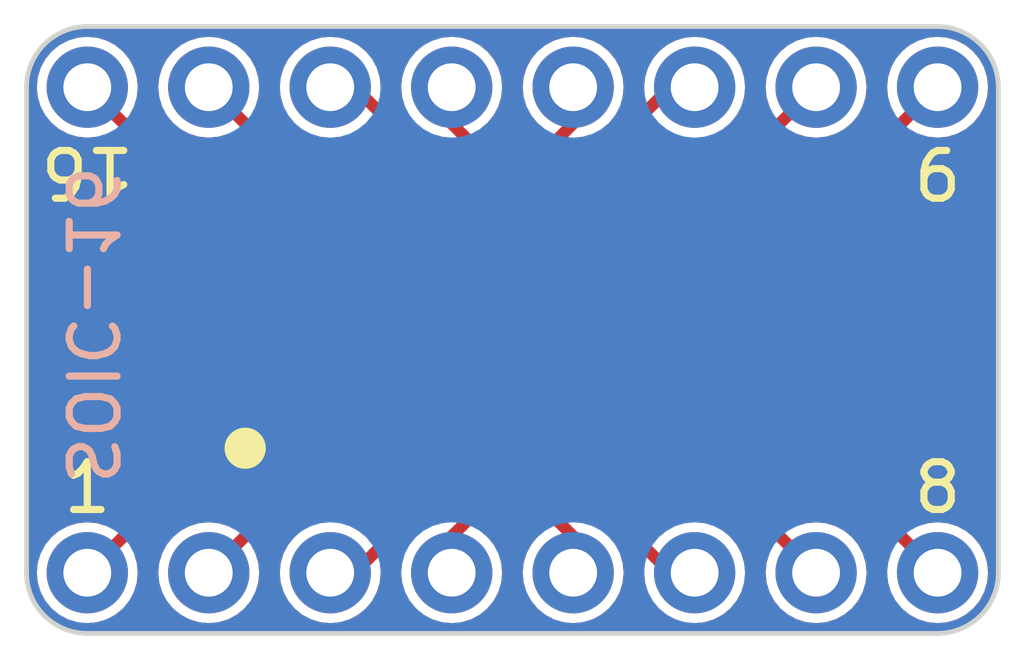
<source format=kicad_pcb>
(kicad_pcb (version 20240108) (generator "pcbnew") (generator_version "8.0")
  (layers (0 "F.Cu" signal) (31 "B.Cu" signal) (34 "B.Paste" user) (35 "F.Paste" user) (36 "B.SilkS" user "B.Silkscreen") (37 "F.SilkS" user "F.Silkscreen") (38 "B.Mask" user) (39 "F.Mask" user) (44 "Edge.Cuts" user))
  (net 0 "")
  (net 1 "SOIC16-P01")
  (net 2 "SOIC16-P02")
  (net 3 "SOIC16-P03")
  (net 4 "SOIC16-P04")
  (net 5 "SOIC16-P05")
  (net 6 "SOIC16-P06")
  (net 7 "SOIC16-P07")
  (net 8 "SOIC16-P08")
  (net 9 "SOIC16-P09")
  (net 10 "SOIC16-P10")
  (net 11 "SOIC16-P11")
  (net 12 "SOIC16-P12")
  (net 13 "SOIC16-P13")
  (net 14 "SOIC16-P14")
  (net 15 "SOIC16-P15")
  (net 16 "SOIC16-P16")
  (footprint "Connector_PinHeader_2.54mm:PinHeader_1x08_P2.54mm_Vertical" (layer "F.Cu") (at 96.52 109.22 90)
    (property "Reference" "J16" (hide yes))
    (property "Value" "SOIC16-P01-P08" (hide yes))
    (pad "1" thru_hole circle (at 0 0 90) (size 1.7 1.7) (drill 1) (layers "*.Cu" "*.Mask") (net 1 "SOIC16-P01"))
    (pad "2" thru_hole oval (at 0 2.54 90) (size 1.7 1.7) (drill 1) (layers "*.Cu" "*.Mask") (net 2 "SOIC16-P02"))
    (pad "3" thru_hole oval (at 0 5.08 90) (size 1.7 1.7) (drill 1) (layers "*.Cu" "*.Mask") (net 3 "SOIC16-P03"))
    (pad "4" thru_hole oval (at 0 7.62 90) (size 1.7 1.7) (drill 1) (layers "*.Cu" "*.Mask") (net 4 "SOIC16-P04"))
    (pad "5" thru_hole oval (at 0 10.16 90) (size 1.7 1.7) (drill 1) (layers "*.Cu" "*.Mask") (net 5 "SOIC16-P05"))
    (pad "6" thru_hole oval (at 0 12.7 90) (size 1.7 1.7) (drill 1) (layers "*.Cu" "*.Mask") (net 6 "SOIC16-P06"))
    (pad "7" thru_hole oval (at 0 15.24 90) (size 1.7 1.7) (drill 1) (layers "*.Cu" "*.Mask") (net 7 "SOIC16-P07"))
    (pad "8" thru_hole oval (at 0 17.78 90) (size 1.7 1.7) (drill 1) (layers "*.Cu" "*.Mask") (net 8 "SOIC16-P08"))
  )
  (footprint "Package_SO:SOIC-16_3.9x9.9mm_P1.27mm" (layer "F.Cu") (at 105.41 104.075 90)
    (property "Reference" "U5" (hide yes))
    (property "Value" "CH340C" (hide yes))
    (fp_circle (center -2.54 -5.588) (end -2.159 -5.588) (stroke (width 0.1)) (fill solid) (layer "F.SilkS"))
    (pad "1" smd roundrect (at -2.475 -4.445 90) (size 1.95 0.6) (layers "F.Cu" "F.Paste" "F.Mask") (net 1 "SOIC16-P01"))
    (pad "2" smd roundrect (at -2.475 -3.175 90) (size 1.95 0.6) (layers "F.Cu" "F.Paste" "F.Mask") (net 2 "SOIC16-P02"))
    (pad "3" smd roundrect (at -2.475 -1.905 90) (size 1.95 0.6) (layers "F.Cu" "F.Paste" "F.Mask") (net 3 "SOIC16-P03"))
    (pad "4" smd roundrect (at -2.475 -0.635 90) (size 1.95 0.6) (layers "F.Cu" "F.Paste" "F.Mask") (net 4 "SOIC16-P04"))
    (pad "5" smd roundrect (at -2.475 0.635 90) (size 1.95 0.6) (layers "F.Cu" "F.Paste" "F.Mask") (net 5 "SOIC16-P05"))
    (pad "6" smd roundrect (at -2.475 1.905 90) (size 1.95 0.6) (layers "F.Cu" "F.Paste" "F.Mask") (net 6 "SOIC16-P06"))
    (pad "7" smd roundrect (at -2.475 3.175 90) (size 1.95 0.6) (layers "F.Cu" "F.Paste" "F.Mask") (net 7 "SOIC16-P07"))
    (pad "8" smd roundrect (at -2.475 4.445 90) (size 1.95 0.6) (layers "F.Cu" "F.Paste" "F.Mask") (net 8 "SOIC16-P08"))
    (pad "9" smd roundrect (at 2.475 4.445 90) (size 1.95 0.6) (layers "F.Cu" "F.Paste" "F.Mask") (net 9 "SOIC16-P09"))
    (pad "10" smd roundrect (at 2.475 3.175 90) (size 1.95 0.6) (layers "F.Cu" "F.Paste" "F.Mask") (net 10 "SOIC16-P10"))
    (pad "11" smd roundrect (at 2.475 1.905 90) (size 1.95 0.6) (layers "F.Cu" "F.Paste" "F.Mask") (net 11 "SOIC16-P11"))
    (pad "12" smd roundrect (at 2.475 0.635 90) (size 1.95 0.6) (layers "F.Cu" "F.Paste" "F.Mask") (net 12 "SOIC16-P12"))
    (pad "13" smd roundrect (at 2.475 -0.635 90) (size 1.95 0.6) (layers "F.Cu" "F.Paste" "F.Mask") (net 13 "SOIC16-P13"))
    (pad "14" smd roundrect (at 2.475 -1.905 90) (size 1.95 0.6) (layers "F.Cu" "F.Paste" "F.Mask") (net 14 "SOIC16-P14"))
    (pad "15" smd roundrect (at 2.475 -3.175 90) (size 1.95 0.6) (layers "F.Cu" "F.Paste" "F.Mask") (net 15 "SOIC16-P15"))
    (pad "16" smd roundrect (at 2.475 -4.445 90) (size 1.95 0.6) (layers "F.Cu" "F.Paste" "F.Mask") (net 16 "SOIC16-P16"))
  )
  (footprint "Connector_PinHeader_2.54mm:PinHeader_1x08_P2.54mm_Vertical" (layer "F.Cu") (at 114.3 99.06 -90)
    (property "Reference" "J17" (hide yes))
    (property "Value" "SOIC16-P09-P16" (hide yes))
    (pad "1" thru_hole circle (at 0 0 270) (size 1.7 1.7) (drill 1) (layers "*.Cu" "*.Mask") (net 9 "SOIC16-P09"))
    (pad "2" thru_hole oval (at 0 2.54 270) (size 1.7 1.7) (drill 1) (layers "*.Cu" "*.Mask") (net 10 "SOIC16-P10"))
    (pad "3" thru_hole oval (at 0 5.08 270) (size 1.7 1.7) (drill 1) (layers "*.Cu" "*.Mask") (net 11 "SOIC16-P11"))
    (pad "4" thru_hole oval (at 0 7.62 270) (size 1.7 1.7) (drill 1) (layers "*.Cu" "*.Mask") (net 12 "SOIC16-P12"))
    (pad "5" thru_hole oval (at 0 10.16 270) (size 1.7 1.7) (drill 1) (layers "*.Cu" "*.Mask") (net 13 "SOIC16-P13"))
    (pad "6" thru_hole oval (at 0 12.7 270) (size 1.7 1.7) (drill 1) (layers "*.Cu" "*.Mask") (net 14 "SOIC16-P14"))
    (pad "7" thru_hole oval (at 0 15.24 270) (size 1.7 1.7) (drill 1) (layers "*.Cu" "*.Mask") (net 15 "SOIC16-P15"))
    (pad "8" thru_hole oval (at 0 17.78 270) (size 1.7 1.7) (drill 1) (layers "*.Cu" "*.Mask") (net 16 "SOIC16-P16"))
  )
  (gr_line (start 96.52 97.79) (end 114.3 97.79) (stroke (width 0.1)) (layer "Edge.Cuts"))
  (gr_line (start 96.52 110.49) (end 114.3 110.49) (stroke (width 0.1)) (layer "Edge.Cuts"))
  (gr_arc (start 95.25 99.06) (mid 95.621974 98.161974) (end 96.52 97.79) (stroke (width 0.1)) (layer "Edge.Cuts"))
  (gr_arc (start 96.52 110.49) (mid 95.621974 110.118026) (end 95.25 109.22) (stroke (width 0.1)) (layer "Edge.Cuts"))
  (gr_line (start 115.57 99.06) (end 115.57 109.22) (stroke (width 0.1)) (layer "Edge.Cuts"))
  (gr_arc (start 114.3 97.79) (mid 115.198026 98.161974) (end 115.57 99.06) (stroke (width 0.1)) (layer "Edge.Cuts"))
  (gr_line (start 95.25 99.06) (end 95.25 109.22) (stroke (width 0.1)) (layer "Edge.Cuts"))
  (gr_arc (start 115.57 109.22) (mid 115.198026 110.118026) (end 114.3 110.49) (stroke (width 0.1)) (layer "Edge.Cuts"))
  (gr_text "SOIC-16" (at 96.012 107.442 -90) (layer "B.SilkS") (effects (font (size 1 1)) (justify left bottom mirror)))
  (gr_text "9" (at 114.3 100.838 180) (layer "F.SilkS") (effects (font (size 1 1))))
  (gr_text "8" (at 114.3 107.442 0) (layer "F.SilkS") (effects (font (size 1 1))))
  (gr_text "1" (at 96.52 107.442 0) (layer "F.SilkS") (effects (font (size 1 1))))
  (gr_text "16" (at 96.52 100.838 180) (layer "F.SilkS") (effects (font (size 1 1))))
  (segment (start 99.19 106.55) (end 96.52 109.22) (width 0.25) (layer "F.Cu") (net 1))
  (segment (start 100.965 106.55) (end 99.19 106.55) (width 0.25) (layer "F.Cu") (net 1))
  (segment (start 101.809999 107.95) (end 100.33 107.95) (width 0.25) (layer "F.Cu") (net 2))
  (segment (start 102.235 106.55) (end 102.235 107.524999) (width 0.25) (layer "F.Cu") (net 2))
  (segment (start 102.235 107.524999) (end 101.809999 107.95) (width 0.25) (layer "F.Cu") (net 2))
  (segment (start 100.33 107.95) (end 99.06 109.22) (width 0.25) (layer "F.Cu") (net 2))
  (segment (start 103.505 106.55) (end 103.505 107.823) (width 0.25) (layer "F.Cu") (net 3))
  (segment (start 103.505 107.823) (end 102.108 109.22) (width 0.25) (layer "F.Cu") (net 3))
  (segment (start 102.108 109.22) (end 101.6 109.22) (width 0.25) (layer "F.Cu") (net 3))
  (segment (start 104.14 108.458) (end 104.14 109.22) (width 0.25) (layer "F.Cu") (net 4))
  (segment (start 104.775 106.55) (end 104.775 107.823) (width 0.25) (layer "F.Cu") (net 4))
  (segment (start 104.775 107.823) (end 104.14 108.458) (width 0.25) (layer "F.Cu") (net 4))
  (segment (start 106.045 106.55) (end 106.045 107.823) (width 0.25) (layer "F.Cu") (net 5))
  (segment (start 106.045 107.823) (end 106.68 108.458) (width 0.25) (layer "F.Cu") (net 5))
  (segment (start 106.68 108.458) (end 106.68 109.22) (width 0.25) (layer "F.Cu") (net 5))
  (segment (start 108.712 109.22) (end 109.22 109.22) (width 0.25) (layer "F.Cu") (net 6))
  (segment (start 107.315 106.55) (end 107.315 107.823) (width 0.25) (layer "F.Cu") (net 6))
  (segment (start 107.315 107.823) (end 108.712 109.22) (width 0.25) (layer "F.Cu") (net 6))
  (segment (start 108.585 107.524999) (end 109.010001 107.95) (width 0.25) (layer "F.Cu") (net 7))
  (segment (start 109.010001 107.95) (end 110.49 107.95) (width 0.25) (layer "F.Cu") (net 7))
  (segment (start 108.585 106.55) (end 108.585 107.524999) (width 0.25) (layer "F.Cu") (net 7))
  (segment (start 110.49 107.95) (end 111.76 109.22) (width 0.25) (layer "F.Cu") (net 7))
  (segment (start 111.63 106.55) (end 114.3 109.22) (width 0.25) (layer "F.Cu") (net 8))
  (segment (start 109.855 106.55) (end 111.63 106.55) (width 0.25) (layer "F.Cu") (net 8))
  (segment (start 109.855 101.6) (end 111.76 101.6) (width 0.25) (layer "F.Cu") (net 9))
  (segment (start 111.76 101.6) (end 114.3 99.06) (width 0.25) (layer "F.Cu") (net 9))
  (segment (start 110.52 100.3) (end 111.76 99.06) (width 0.25) (layer "F.Cu") (net 10))
  (segment (start 108.585 101.6) (end 108.585 100.625001) (width 0.25) (layer "F.Cu") (net 10))
  (segment (start 108.910001 100.3) (end 110.52 100.3) (width 0.25) (layer "F.Cu") (net 10))
  (segment (start 108.585 100.625001) (end 108.910001 100.3) (width 0.25) (layer "F.Cu") (net 10))
  (segment (start 108.712 99.06) (end 109.22 99.06) (width 0.25) (layer "F.Cu") (net 11))
  (segment (start 107.315 101.6) (end 107.315 100.457) (width 0.25) (layer "F.Cu") (net 11))
  (segment (start 107.315 100.457) (end 108.712 99.06) (width 0.25) (layer "F.Cu") (net 11))
  (segment (start 106.68 99.822) (end 106.68 99.06) (width 0.25) (layer "F.Cu") (net 12))
  (segment (start 106.045 100.457) (end 106.68 99.822) (width 0.25) (layer "F.Cu") (net 12))
  (segment (start 106.045 101.6) (end 106.045 100.457) (width 0.25) (layer "F.Cu") (net 12))
  (segment (start 104.14 99.822) (end 104.14 99.06) (width 0.25) (layer "F.Cu") (net 13))
  (segment (start 104.775 100.457) (end 104.14 99.822) (width 0.25) (layer "F.Cu") (net 13))
  (segment (start 104.775 101.6) (end 104.775 100.457) (width 0.25) (layer "F.Cu") (net 13))
  (segment (start 103.505 100.457) (end 102.108 99.06) (width 0.25) (layer "F.Cu") (net 14))
  (segment (start 102.108 99.06) (end 101.6 99.06) (width 0.25) (layer "F.Cu") (net 14))
  (segment (start 103.505 101.6) (end 103.505 100.457) (width 0.25) (layer "F.Cu") (net 14))
  (segment (start 102.235 100.625001) (end 101.909999 100.3) (width 0.25) (layer "F.Cu") (net 15))
  (segment (start 102.235 101.6) (end 102.235 100.625001) (width 0.25) (layer "F.Cu") (net 15))
  (segment (start 101.909999 100.3) (end 100.3 100.3) (width 0.25) (layer "F.Cu") (net 15))
  (segment (start 100.3 100.3) (end 99.06 99.06) (width 0.25) (layer "F.Cu") (net 15))
  (segment (start 99.06 101.6) (end 96.52 99.06) (width 0.25) (layer "F.Cu") (net 16))
  (segment (start 100.965 101.6) (end 99.06 101.6) (width 0.25) (layer "F.Cu") (net 16))
  (zone (net 0) (net_name "") (layer "F.Cu") (connect_pads yes (clearance 0.2)) (min_thickness 0.2) (fill yes (thermal_gap 0.2) (thermal_bridge_width 0.2) (island_removal_mode 1) (island_area_min 10))
    (polygon (pts (xy 95.25 110.49) (xy 95.25 97.282) (xy 115.57 97.282) (xy 115.57 110.49)))
  )
  (zone (net 0) (net_name "") (layer "B.Cu") (priority 1) (connect_pads yes (clearance 0.2)) (min_thickness 0.2) (fill yes (thermal_gap 0.2) (thermal_bridge_width 0.2) (island_removal_mode 1) (island_area_min 10))
    (polygon (pts (xy 95.25 110.998) (xy 95.25 97.79) (xy 115.57 97.79) (xy 115.57 110.998)))
  )
)
</source>
